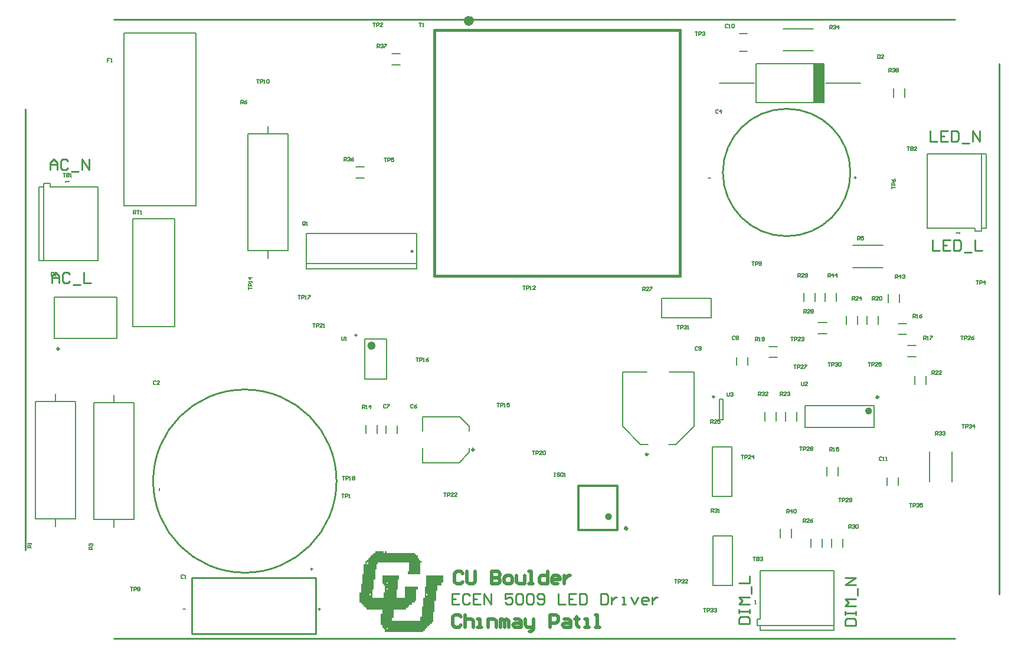
<source format=gto>
G04*
G04 #@! TF.GenerationSoftware,Altium Limited,Altium Designer,18.1.7 (191)*
G04*
G04 Layer_Color=3326705*
%FSLAX25Y25*%
%MOIN*%
G70*
G01*
G75*
%ADD10C,0.02953*%
%ADD11C,0.01000*%
%ADD12C,0.01968*%
%ADD13C,0.00984*%
%ADD14C,0.01378*%
%ADD15C,0.01181*%
%ADD16C,0.02362*%
%ADD17C,0.00500*%
%ADD18C,0.01575*%
%ADD19C,0.01200*%
%ADD20C,0.00787*%
%ADD21C,0.00800*%
%ADD22C,0.02000*%
%ADD23R,0.05906X0.22047*%
G36*
X229000Y73500D02*
X245000D01*
Y72700D01*
X245800D01*
Y71900D01*
X246600D01*
Y71100D01*
Y70300D01*
X247400D01*
Y69500D01*
X248200D01*
Y68700D01*
X249000D01*
Y67900D01*
X248200D01*
Y67100D01*
Y66300D01*
Y65500D01*
Y64700D01*
Y63900D01*
Y63100D01*
Y62300D01*
Y61500D01*
X241000D01*
Y62300D01*
Y63100D01*
X241800D01*
Y63900D01*
Y64700D01*
Y65500D01*
Y66300D01*
Y67100D01*
Y67900D01*
X224200D01*
Y67100D01*
X223400D01*
Y66300D01*
Y65500D01*
Y64700D01*
Y63900D01*
X222600D01*
Y63100D01*
Y62300D01*
Y61500D01*
Y60700D01*
Y59900D01*
Y59100D01*
Y58300D01*
X221800D01*
Y57500D01*
Y56700D01*
Y55900D01*
Y55100D01*
Y54300D01*
Y53500D01*
Y52700D01*
X221000D01*
Y51900D01*
Y51100D01*
Y50300D01*
Y49500D01*
Y48700D01*
Y47900D01*
X227400D01*
Y48700D01*
Y49500D01*
Y50300D01*
Y51100D01*
X228200D01*
Y51900D01*
Y52700D01*
Y53500D01*
Y54300D01*
Y55100D01*
X227400D01*
Y55900D01*
X226600D01*
Y56700D01*
Y57500D01*
Y58300D01*
Y59100D01*
Y59900D01*
Y60700D01*
X236200D01*
Y59900D01*
Y59100D01*
Y58300D01*
X235400D01*
Y57500D01*
Y56700D01*
Y55900D01*
Y55100D01*
Y54300D01*
Y53500D01*
Y52700D01*
X234600D01*
Y51900D01*
Y51100D01*
Y50300D01*
Y49500D01*
Y48700D01*
Y47900D01*
X239400D01*
Y48700D01*
Y49500D01*
Y50300D01*
Y51100D01*
Y51900D01*
Y52700D01*
Y53500D01*
Y54300D01*
X246600D01*
Y53500D01*
Y52700D01*
X245800D01*
Y51900D01*
Y51100D01*
Y50300D01*
Y49500D01*
Y48700D01*
Y47900D01*
Y47100D01*
Y46300D01*
X245000D01*
Y45500D01*
X243400D01*
Y44700D01*
Y43900D01*
X241800D01*
Y43100D01*
X241000D01*
Y42300D01*
X240200D01*
Y41500D01*
X233000D01*
Y40700D01*
Y39900D01*
Y39100D01*
Y38300D01*
Y37500D01*
Y36700D01*
X232200D01*
Y35900D01*
Y35100D01*
X248200D01*
Y35900D01*
Y36700D01*
Y37500D01*
X249000D01*
Y38300D01*
Y39100D01*
Y39900D01*
Y40700D01*
Y41500D01*
Y42300D01*
Y43100D01*
X249800D01*
Y43900D01*
Y44700D01*
Y45500D01*
Y46300D01*
Y47100D01*
Y47900D01*
X250600D01*
Y48700D01*
Y49500D01*
Y50300D01*
Y51100D01*
Y51900D01*
Y52700D01*
Y53500D01*
Y54300D01*
X251400D01*
Y55100D01*
Y55900D01*
Y56700D01*
Y57500D01*
Y58300D01*
Y59100D01*
Y59900D01*
Y60700D01*
X261000D01*
Y59900D01*
Y59100D01*
Y58300D01*
Y57500D01*
Y56700D01*
X260200D01*
Y55900D01*
Y55100D01*
X257800D01*
Y54300D01*
Y53500D01*
Y52700D01*
Y51900D01*
X257000D01*
Y51100D01*
Y50300D01*
Y49500D01*
Y48700D01*
Y47900D01*
Y47100D01*
Y46300D01*
X256200D01*
Y45500D01*
Y44700D01*
Y43900D01*
Y43100D01*
Y42300D01*
Y41500D01*
Y40700D01*
Y39900D01*
X255400D01*
Y39100D01*
Y38300D01*
Y37500D01*
Y36700D01*
Y35900D01*
Y35100D01*
Y34300D01*
X254600D01*
Y33500D01*
X253800D01*
Y32700D01*
X253000D01*
Y31900D01*
X252200D01*
Y31100D01*
X251400D01*
Y30300D01*
X250600D01*
Y29500D01*
X249800D01*
Y28700D01*
X228200D01*
Y29500D01*
Y30300D01*
X227400D01*
Y31100D01*
X226600D01*
Y31900D01*
Y32700D01*
X225800D01*
Y33500D01*
Y34300D01*
Y35100D01*
Y35900D01*
Y36700D01*
Y37500D01*
Y38300D01*
Y39100D01*
X226600D01*
Y39900D01*
Y40700D01*
Y41500D01*
X217800D01*
Y42300D01*
X217000D01*
Y43100D01*
X216200D01*
Y43900D01*
X215400D01*
Y44700D01*
X214600D01*
Y45500D01*
X213800D01*
Y46300D01*
Y47100D01*
Y47900D01*
Y48700D01*
Y49500D01*
Y50300D01*
Y51100D01*
X214600D01*
Y51900D01*
Y52700D01*
Y53500D01*
Y54300D01*
Y55100D01*
Y55900D01*
X215400D01*
Y56700D01*
Y57500D01*
Y58300D01*
Y59100D01*
Y59900D01*
Y60700D01*
Y61500D01*
X216200D01*
Y62300D01*
Y63100D01*
Y63900D01*
Y64700D01*
Y65500D01*
Y66300D01*
Y67100D01*
X217000D01*
Y67900D01*
Y68700D01*
X217800D01*
Y69500D01*
X218600D01*
Y70300D01*
X219400D01*
Y71100D01*
X220200D01*
Y71900D01*
X221000D01*
Y72700D01*
X221800D01*
Y73500D01*
X222600D01*
Y74300D01*
X227400D01*
Y73500D01*
X228200D01*
Y74300D01*
X229000D01*
Y73500D01*
D02*
G37*
G36*
X465906Y334276D02*
D01*
D02*
G37*
%LPC*%
G36*
X218600Y67900D02*
X217800D01*
Y67100D01*
X218600D01*
Y67900D01*
D02*
G37*
G36*
X229800Y56700D02*
X229000D01*
Y55900D01*
X229800D01*
Y56700D01*
D02*
G37*
G36*
Y53500D02*
X229000D01*
Y52700D01*
X229800D01*
Y53500D01*
D02*
G37*
G36*
X252200Y50300D02*
X251400D01*
Y49500D01*
X252200D01*
Y50300D01*
D02*
G37*
G36*
X220200D02*
X219400D01*
Y49500D01*
X220200D01*
Y50300D01*
D02*
G37*
G36*
X229800Y31100D02*
X229000D01*
Y30300D01*
X229800D01*
Y31100D01*
D02*
G37*
%LPD*%
D10*
X276878Y374303D02*
G03*
X276878Y374303I-1378J0D01*
G01*
D11*
X200772Y114000D02*
G03*
X200772Y114000I-51772J0D01*
G01*
X491024Y288500D02*
G03*
X491024Y288500I-36024J0D01*
G01*
X25000Y75000D02*
Y324500D01*
X75000Y375000D02*
X550000D01*
X575000Y50000D02*
Y350000D01*
X75000Y25000D02*
X550000D01*
X269999Y50498D02*
X266000D01*
Y44500D01*
X269999D01*
X266000Y47499D02*
X267999D01*
X275997Y49498D02*
X274997Y50498D01*
X272998D01*
X271998Y49498D01*
Y45500D01*
X272998Y44500D01*
X274997D01*
X275997Y45500D01*
X281995Y50498D02*
X277996D01*
Y44500D01*
X281995D01*
X277996Y47499D02*
X279995D01*
X283994Y44500D02*
Y50498D01*
X287993Y44500D01*
Y50498D01*
X299989D02*
X295990D01*
Y47499D01*
X297990Y48499D01*
X298989D01*
X299989Y47499D01*
Y45500D01*
X298989Y44500D01*
X296990D01*
X295990Y45500D01*
X301988Y49498D02*
X302988Y50498D01*
X304987D01*
X305987Y49498D01*
Y45500D01*
X304987Y44500D01*
X302988D01*
X301988Y45500D01*
Y49498D01*
X307986D02*
X308986Y50498D01*
X310985D01*
X311985Y49498D01*
Y45500D01*
X310985Y44500D01*
X308986D01*
X307986Y45500D01*
Y49498D01*
X313984Y45500D02*
X314984Y44500D01*
X316984D01*
X317983Y45500D01*
Y49498D01*
X316984Y50498D01*
X314984D01*
X313984Y49498D01*
Y48499D01*
X314984Y47499D01*
X317983D01*
X325981Y50498D02*
Y44500D01*
X329979D01*
X335977Y50498D02*
X331979D01*
Y44500D01*
X335977D01*
X331979Y47499D02*
X333978D01*
X337977Y50498D02*
Y44500D01*
X340976D01*
X341975Y45500D01*
Y49498D01*
X340976Y50498D01*
X337977D01*
X349973D02*
Y44500D01*
X352972D01*
X353972Y45500D01*
Y49498D01*
X352972Y50498D01*
X349973D01*
X355971Y48499D02*
Y44500D01*
Y46499D01*
X356971Y47499D01*
X357970Y48499D01*
X358970D01*
X361969Y44500D02*
X363968D01*
X362969D01*
Y48499D01*
X361969D01*
X366967D02*
X368967Y44500D01*
X370966Y48499D01*
X375964Y44500D02*
X373965D01*
X372965Y45500D01*
Y47499D01*
X373965Y48499D01*
X375964D01*
X376964Y47499D01*
Y46499D01*
X372965D01*
X378963Y48499D02*
Y44500D01*
Y46499D01*
X379963Y47499D01*
X380963Y48499D01*
X381962D01*
X537500Y250498D02*
Y244500D01*
X541499D01*
X547497Y250498D02*
X543498D01*
Y244500D01*
X547497D01*
X543498Y247499D02*
X545497D01*
X549496Y250498D02*
Y244500D01*
X552495D01*
X553495Y245500D01*
Y249498D01*
X552495Y250498D01*
X549496D01*
X555494Y243500D02*
X559493D01*
X561492Y250498D02*
Y244500D01*
X565491D01*
X536000Y311998D02*
Y306000D01*
X539999D01*
X545997Y311998D02*
X541998D01*
Y306000D01*
X545997D01*
X541998Y308999D02*
X543997D01*
X547996Y311998D02*
Y306000D01*
X550995D01*
X551995Y307000D01*
Y310998D01*
X550995Y311998D01*
X547996D01*
X553994Y305000D02*
X557993D01*
X559992Y306000D02*
Y311998D01*
X563991Y306000D01*
Y311998D01*
X428002Y33500D02*
X434000D01*
Y36499D01*
X433000Y37499D01*
X429002D01*
X428002Y36499D01*
Y33500D01*
Y39498D02*
Y41497D01*
Y40498D01*
X434000D01*
Y39498D01*
Y41497D01*
Y44496D02*
X428002D01*
X430001Y46496D01*
X428002Y48495D01*
X434000D01*
X435000Y50494D02*
Y54493D01*
X428002Y56493D02*
X434000D01*
Y60491D01*
X488002Y32500D02*
X494000D01*
Y35499D01*
X493000Y36499D01*
X489002D01*
X488002Y35499D01*
Y32500D01*
Y38498D02*
Y40497D01*
Y39498D01*
X494000D01*
Y38498D01*
Y40497D01*
Y43496D02*
X488002D01*
X490001Y45496D01*
X488002Y47495D01*
X494000D01*
X495000Y49494D02*
Y53493D01*
X494000Y55493D02*
X488002D01*
X494000Y59491D01*
X488002D01*
X39000Y290000D02*
Y293999D01*
X40999Y295998D01*
X42999Y293999D01*
Y290000D01*
Y292999D01*
X39000D01*
X48997Y294998D02*
X47997Y295998D01*
X45998D01*
X44998Y294998D01*
Y291000D01*
X45998Y290000D01*
X47997D01*
X48997Y291000D01*
X50996Y289000D02*
X54995D01*
X56994Y290000D02*
Y295998D01*
X60993Y290000D01*
Y295998D01*
X40000Y226000D02*
Y229999D01*
X41999Y231998D01*
X43999Y229999D01*
Y226000D01*
Y228999D01*
X40000D01*
X49997Y230998D02*
X48997Y231998D01*
X46998D01*
X45998Y230998D01*
Y227000D01*
X46998Y226000D01*
X48997D01*
X49997Y227000D01*
X51996Y225000D02*
X55995D01*
X57994Y231998D02*
Y226000D01*
X61993D01*
D12*
X364642Y87272D02*
G03*
X364642Y87272I-394J0D01*
G01*
X355390Y93925D02*
G03*
X355390Y93925I-984J0D01*
G01*
X502264Y153650D02*
G03*
X502264Y153650I-984J0D01*
G01*
D13*
X414161Y161685D02*
G03*
X414161Y161685I-492J0D01*
G01*
X212229Y196539D02*
G03*
X212229Y196539I-492J0D01*
G01*
X243894Y243925D02*
G03*
X243894Y243925I-492J0D01*
G01*
X189039Y27555D02*
Y59445D01*
X118961Y27555D02*
Y59445D01*
Y27555D02*
X189039D01*
X118961Y59445D02*
X189039D01*
D14*
X506791Y161524D02*
G03*
X506791Y161524I-591J0D01*
G01*
X44094Y188784D02*
G03*
X44094Y188784I-591J0D01*
G01*
D15*
X376594Y129122D02*
G03*
X376594Y129122I-591J0D01*
G01*
X278445Y131791D02*
G03*
X278445Y131791I-591J0D01*
G01*
D16*
X221677Y190575D02*
G03*
X221677Y190575I-1181J0D01*
G01*
D17*
X85688Y262416D02*
X109311D01*
X85688Y201417D02*
X109311D01*
Y262416D01*
X85688Y201417D02*
Y262416D01*
X85900Y265117D02*
Y267117D01*
X86900D01*
X87233Y266783D01*
Y266117D01*
X86900Y265784D01*
X85900D01*
X86566D02*
X87233Y265117D01*
X87899Y267117D02*
X89232D01*
X88566D01*
Y265117D01*
X89899D02*
X90565D01*
X90232D01*
Y267117D01*
X89899Y266783D01*
X100622Y108831D02*
Y110164D01*
X185957Y64346D02*
X187290D01*
X186623Y65013D02*
Y63680D01*
X410853Y285463D02*
X412186D01*
X493116Y285782D02*
X494448D01*
X493782Y286448D02*
Y285116D01*
X552753Y253976D02*
Y254642D01*
Y254309D01*
X550754D01*
X551087Y253976D01*
X190539Y41568D02*
X191872D01*
X191206Y42235D02*
Y40902D01*
X113986Y41840D02*
X115319D01*
X47656Y283524D02*
Y282858D01*
Y283191D01*
X49656D01*
X49322Y283524D01*
X436976Y44747D02*
X437642D01*
X437309D01*
Y46746D01*
X436976Y46413D01*
X247500Y372999D02*
X248833D01*
X248166D01*
Y371000D01*
X249499D02*
X250166D01*
X249833D01*
Y372999D01*
X249499Y372666D01*
X98564Y170416D02*
X98231Y170750D01*
X97565D01*
X97232Y170416D01*
Y169084D01*
X97565Y168750D01*
X98231D01*
X98564Y169084D01*
X100564Y168750D02*
X99231D01*
X100564Y170083D01*
Y170416D01*
X100231Y170750D01*
X99564D01*
X99231Y170416D01*
X323800Y118725D02*
X324466D01*
X324133D01*
Y116725D01*
X323800D01*
X324466D01*
X326799Y118391D02*
X326466Y118725D01*
X325799D01*
X325466Y118391D01*
Y118058D01*
X325799Y117725D01*
X326466D01*
X326799Y117392D01*
Y117058D01*
X326466Y116725D01*
X325799D01*
X325466Y117058D01*
X328465Y118725D02*
X327799D01*
X327466Y118391D01*
Y117058D01*
X327799Y116725D01*
X328465D01*
X328798Y117058D01*
Y118391D01*
X328465Y118725D01*
X329465Y116725D02*
X330131D01*
X329798D01*
Y118725D01*
X329465Y118391D01*
X155595Y340999D02*
X156928D01*
X156261D01*
Y339000D01*
X157594D02*
Y340999D01*
X158594D01*
X158927Y340666D01*
Y340000D01*
X158594Y339666D01*
X157594D01*
X159593Y339000D02*
X160260D01*
X159927D01*
Y340999D01*
X159593Y340666D01*
X161260D02*
X161593Y340999D01*
X162259D01*
X162592Y340666D01*
Y339333D01*
X162259Y339000D01*
X161593D01*
X161260Y339333D01*
Y340666D01*
X421500Y163999D02*
Y162333D01*
X421833Y162000D01*
X422500D01*
X422833Y162333D01*
Y163999D01*
X423499Y163666D02*
X423833Y163999D01*
X424499D01*
X424832Y163666D01*
Y163333D01*
X424499Y163000D01*
X424166D01*
X424499D01*
X424832Y162666D01*
Y162333D01*
X424499Y162000D01*
X423833D01*
X423499Y162333D01*
X463346Y169999D02*
Y168333D01*
X463680Y168000D01*
X464346D01*
X464679Y168333D01*
Y169999D01*
X466679Y168000D02*
X465346D01*
X466679Y169333D01*
Y169666D01*
X466346Y169999D01*
X465679D01*
X465346Y169666D01*
X203640Y195767D02*
Y194101D01*
X203973Y193768D01*
X204639D01*
X204972Y194101D01*
Y195767D01*
X205639Y193768D02*
X206305D01*
X205972D01*
Y195767D01*
X205639Y195434D01*
X524500Y101253D02*
X525833D01*
X525166D01*
Y99253D01*
X526499D02*
Y101253D01*
X527499D01*
X527832Y100919D01*
Y100253D01*
X527499Y99920D01*
X526499D01*
X528499Y100919D02*
X528832Y101253D01*
X529498D01*
X529832Y100919D01*
Y100586D01*
X529498Y100253D01*
X529165D01*
X529498D01*
X529832Y99920D01*
Y99586D01*
X529498Y99253D01*
X528832D01*
X528499Y99586D01*
X531831Y101253D02*
X530498D01*
Y100253D01*
X531165Y100586D01*
X531498D01*
X531831Y100253D01*
Y99586D01*
X531498Y99253D01*
X530831D01*
X530498Y99586D01*
X554000Y145999D02*
X555333D01*
X554666D01*
Y144000D01*
X555999D02*
Y145999D01*
X556999D01*
X557332Y145666D01*
Y145000D01*
X556999Y144667D01*
X555999D01*
X557999Y145666D02*
X558332Y145999D01*
X558998D01*
X559332Y145666D01*
Y145333D01*
X558998Y145000D01*
X558665D01*
X558998D01*
X559332Y144667D01*
Y144333D01*
X558998Y144000D01*
X558332D01*
X557999Y144333D01*
X560998Y144000D02*
Y145999D01*
X559998Y145000D01*
X561331D01*
X408000Y41999D02*
X409333D01*
X408666D01*
Y40000D01*
X409999D02*
Y41999D01*
X410999D01*
X411332Y41666D01*
Y40999D01*
X410999Y40666D01*
X409999D01*
X411998Y41666D02*
X412332Y41999D01*
X412998D01*
X413331Y41666D01*
Y41333D01*
X412998Y40999D01*
X412665D01*
X412998D01*
X413331Y40666D01*
Y40333D01*
X412998Y40000D01*
X412332D01*
X411998Y40333D01*
X413998Y41666D02*
X414331Y41999D01*
X414997D01*
X415331Y41666D01*
Y41333D01*
X414997Y40999D01*
X414664D01*
X414997D01*
X415331Y40666D01*
Y40333D01*
X414997Y40000D01*
X414331D01*
X413998Y40333D01*
X391776Y58499D02*
X393109D01*
X392442D01*
Y56500D01*
X393775D02*
Y58499D01*
X394775D01*
X395108Y58166D01*
Y57500D01*
X394775Y57166D01*
X393775D01*
X395774Y58166D02*
X396108Y58499D01*
X396774D01*
X397107Y58166D01*
Y57833D01*
X396774Y57500D01*
X396441D01*
X396774D01*
X397107Y57166D01*
Y56833D01*
X396774Y56500D01*
X396108D01*
X395774Y56833D01*
X399107Y56500D02*
X397774D01*
X399107Y57833D01*
Y58166D01*
X398773Y58499D01*
X398107D01*
X397774Y58166D01*
X393000Y201999D02*
X394333D01*
X393666D01*
Y200000D01*
X394999D02*
Y201999D01*
X395999D01*
X396332Y201666D01*
Y200999D01*
X395999Y200666D01*
X394999D01*
X396998Y201666D02*
X397332Y201999D01*
X397998D01*
X398331Y201666D01*
Y201333D01*
X397998Y200999D01*
X397665D01*
X397998D01*
X398331Y200666D01*
Y200333D01*
X397998Y200000D01*
X397332D01*
X396998Y200333D01*
X398998Y200000D02*
X399664D01*
X399331D01*
Y201999D01*
X398998Y201666D01*
X478232Y181000D02*
X479565D01*
X478899D01*
Y179000D01*
X480232D02*
Y181000D01*
X481231D01*
X481565Y180666D01*
Y180000D01*
X481231Y179667D01*
X480232D01*
X482231Y180666D02*
X482564Y181000D01*
X483231D01*
X483564Y180666D01*
Y180333D01*
X483231Y180000D01*
X482897D01*
X483231D01*
X483564Y179667D01*
Y179333D01*
X483231Y179000D01*
X482564D01*
X482231Y179333D01*
X484230Y180666D02*
X484563Y181000D01*
X485230D01*
X485563Y180666D01*
Y179333D01*
X485230Y179000D01*
X484563D01*
X484230Y179333D01*
Y180666D01*
X484406Y104499D02*
X485738D01*
X485072D01*
Y102500D01*
X486405D02*
Y104499D01*
X487404D01*
X487738Y104166D01*
Y103500D01*
X487404Y103166D01*
X486405D01*
X489737Y102500D02*
X488404D01*
X489737Y103833D01*
Y104166D01*
X489404Y104499D01*
X488737D01*
X488404Y104166D01*
X490404Y102833D02*
X490737Y102500D01*
X491403D01*
X491737Y102833D01*
Y104166D01*
X491403Y104499D01*
X490737D01*
X490404Y104166D01*
Y103833D01*
X490737Y103500D01*
X491737D01*
X462291Y133499D02*
X463624D01*
X462958D01*
Y131500D01*
X464291D02*
Y133499D01*
X465290D01*
X465624Y133166D01*
Y132500D01*
X465290Y132167D01*
X464291D01*
X467623Y131500D02*
X466290D01*
X467623Y132833D01*
Y133166D01*
X467290Y133499D01*
X466623D01*
X466290Y133166D01*
X468289D02*
X468623Y133499D01*
X469289D01*
X469622Y133166D01*
Y132833D01*
X469289Y132500D01*
X469622Y132167D01*
Y131833D01*
X469289Y131500D01*
X468623D01*
X468289Y131833D01*
Y132167D01*
X468623Y132500D01*
X468289Y132833D01*
Y133166D01*
X468623Y132500D02*
X469289D01*
X459075Y179594D02*
X460408D01*
X459741D01*
Y177594D01*
X461074D02*
Y179594D01*
X462074D01*
X462407Y179261D01*
Y178594D01*
X462074Y178261D01*
X461074D01*
X464406Y177594D02*
X463073D01*
X464406Y178927D01*
Y179261D01*
X464073Y179594D01*
X463407D01*
X463073Y179261D01*
X465073Y179594D02*
X466406D01*
Y179261D01*
X465073Y177928D01*
Y177594D01*
X553500Y195999D02*
X554833D01*
X554166D01*
Y194000D01*
X555499D02*
Y195999D01*
X556499D01*
X556832Y195666D01*
Y195000D01*
X556499Y194667D01*
X555499D01*
X558832Y194000D02*
X557499D01*
X558832Y195333D01*
Y195666D01*
X558498Y195999D01*
X557832D01*
X557499Y195666D01*
X560831Y195999D02*
X560164Y195666D01*
X559498Y195000D01*
Y194333D01*
X559831Y194000D01*
X560498D01*
X560831Y194333D01*
Y194667D01*
X560498Y195000D01*
X559498D01*
X501000Y181000D02*
X502333D01*
X501666D01*
Y179000D01*
X502999D02*
Y181000D01*
X503999D01*
X504332Y180666D01*
Y180000D01*
X503999Y179667D01*
X502999D01*
X506332Y179000D02*
X504999D01*
X506332Y180333D01*
Y180666D01*
X505998Y181000D01*
X505332D01*
X504999Y180666D01*
X508331Y181000D02*
X506998D01*
Y180000D01*
X507664Y180333D01*
X507998D01*
X508331Y180000D01*
Y179333D01*
X507998Y179000D01*
X507331D01*
X506998Y179333D01*
X429500Y128754D02*
X430833D01*
X430166D01*
Y126755D01*
X431499D02*
Y128754D01*
X432499D01*
X432832Y128421D01*
Y127754D01*
X432499Y127421D01*
X431499D01*
X434832Y126755D02*
X433499D01*
X434832Y128087D01*
Y128421D01*
X434498Y128754D01*
X433832D01*
X433499Y128421D01*
X436498Y126755D02*
Y128754D01*
X435498Y127754D01*
X436831D01*
X457500Y195499D02*
X458833D01*
X458166D01*
Y193500D01*
X459499D02*
Y195499D01*
X460499D01*
X460832Y195166D01*
Y194500D01*
X460499Y194167D01*
X459499D01*
X462832Y193500D02*
X461499D01*
X462832Y194833D01*
Y195166D01*
X462498Y195499D01*
X461832D01*
X461499Y195166D01*
X463498D02*
X463831Y195499D01*
X464498D01*
X464831Y195166D01*
Y194833D01*
X464498Y194500D01*
X464164D01*
X464498D01*
X464831Y194167D01*
Y193833D01*
X464498Y193500D01*
X463831D01*
X463498Y193833D01*
X261500Y107500D02*
X262833D01*
X262167D01*
Y105500D01*
X263500D02*
Y107500D01*
X264499D01*
X264833Y107167D01*
Y106500D01*
X264499Y106167D01*
X263500D01*
X266832Y105500D02*
X265499D01*
X266832Y106833D01*
Y107167D01*
X266499Y107500D01*
X265832D01*
X265499Y107167D01*
X268831Y105500D02*
X267498D01*
X268831Y106833D01*
Y107167D01*
X268498Y107500D01*
X267832D01*
X267498Y107167D01*
X187284Y203094D02*
X188617D01*
X187950D01*
Y201094D01*
X189283D02*
Y203094D01*
X190283D01*
X190616Y202760D01*
Y202094D01*
X190283Y201761D01*
X189283D01*
X192615Y201094D02*
X191282D01*
X192615Y202427D01*
Y202760D01*
X192282Y203094D01*
X191616D01*
X191282Y202760D01*
X193282Y201094D02*
X193948D01*
X193615D01*
Y203094D01*
X193282Y202760D01*
X311500Y130999D02*
X312833D01*
X312166D01*
Y129000D01*
X313499D02*
Y130999D01*
X314499D01*
X314832Y130666D01*
Y129999D01*
X314499Y129666D01*
X313499D01*
X316831Y129000D02*
X315498D01*
X316831Y130333D01*
Y130666D01*
X316498Y130999D01*
X315832D01*
X315498Y130666D01*
X317498D02*
X317831Y130999D01*
X318497D01*
X318831Y130666D01*
Y129333D01*
X318497Y129000D01*
X317831D01*
X317498Y129333D01*
Y130666D01*
X204159Y116594D02*
X205491D01*
X204825D01*
Y114594D01*
X206158D02*
Y116594D01*
X207158D01*
X207491Y116261D01*
Y115594D01*
X207158Y115261D01*
X206158D01*
X208157Y114594D02*
X208824D01*
X208490D01*
Y116594D01*
X208157Y116261D01*
X209823D02*
X210157Y116594D01*
X210823D01*
X211156Y116261D01*
Y115927D01*
X210823Y115594D01*
X211156Y115261D01*
Y114928D01*
X210823Y114594D01*
X210157D01*
X209823Y114928D01*
Y115261D01*
X210157Y115594D01*
X209823Y115927D01*
Y116261D01*
X210157Y115594D02*
X210823D01*
X179079Y219086D02*
X180412D01*
X179745D01*
Y217087D01*
X181078D02*
Y219086D01*
X182078D01*
X182411Y218753D01*
Y218086D01*
X182078Y217753D01*
X181078D01*
X183077Y217087D02*
X183744D01*
X183411D01*
Y219086D01*
X183077Y218753D01*
X184744Y219086D02*
X186076D01*
Y218753D01*
X184744Y217420D01*
Y217087D01*
X245709Y183645D02*
X247042D01*
X246375D01*
Y181646D01*
X247708D02*
Y183645D01*
X248708D01*
X249041Y183312D01*
Y182646D01*
X248708Y182312D01*
X247708D01*
X249708Y181646D02*
X250374D01*
X250041D01*
Y183645D01*
X249708Y183312D01*
X252707Y183645D02*
X252040Y183312D01*
X251374Y182646D01*
Y181979D01*
X251707Y181646D01*
X252374D01*
X252707Y181979D01*
Y182312D01*
X252374Y182646D01*
X251374D01*
X291548Y158000D02*
X292881D01*
X292214D01*
Y156000D01*
X293547D02*
Y158000D01*
X294547D01*
X294880Y157667D01*
Y157000D01*
X294547Y156667D01*
X293547D01*
X295547Y156000D02*
X296213D01*
X295880D01*
Y158000D01*
X295547Y157667D01*
X298546Y158000D02*
X297213D01*
Y157000D01*
X297879Y157333D01*
X298212D01*
X298546Y157000D01*
Y156333D01*
X298212Y156000D01*
X297546D01*
X297213Y156333D01*
X151005Y222397D02*
Y223730D01*
Y223064D01*
X153005D01*
Y224397D02*
X151005D01*
Y225396D01*
X151338Y225730D01*
X152005D01*
X152338Y225396D01*
Y224397D01*
X153005Y226396D02*
Y227063D01*
Y226729D01*
X151005D01*
X151338Y226396D01*
X153005Y229062D02*
X151005D01*
X152005Y228062D01*
Y229395D01*
X305898Y224456D02*
X307231D01*
X306565D01*
Y222457D01*
X307898D02*
Y224456D01*
X308897D01*
X309231Y224123D01*
Y223456D01*
X308897Y223123D01*
X307898D01*
X309897Y222457D02*
X310564D01*
X310230D01*
Y224456D01*
X309897Y224123D01*
X312896Y222457D02*
X311563D01*
X312896Y223790D01*
Y224123D01*
X312563Y224456D01*
X311896D01*
X311563Y224123D01*
X435500Y238000D02*
X436833D01*
X436167D01*
Y236000D01*
X437500D02*
Y238000D01*
X438499D01*
X438833Y237666D01*
Y237000D01*
X438499Y236667D01*
X437500D01*
X439499Y236334D02*
X439832Y236000D01*
X440499D01*
X440832Y236334D01*
Y237666D01*
X440499Y238000D01*
X439832D01*
X439499Y237666D01*
Y237333D01*
X439832Y237000D01*
X440832D01*
X84500Y53999D02*
X85833D01*
X85166D01*
Y52000D01*
X86499D02*
Y53999D01*
X87499D01*
X87832Y53666D01*
Y52999D01*
X87499Y52666D01*
X86499D01*
X88498Y53666D02*
X88832Y53999D01*
X89498D01*
X89831Y53666D01*
Y53333D01*
X89498Y52999D01*
X89831Y52666D01*
Y52333D01*
X89498Y52000D01*
X88832D01*
X88498Y52333D01*
Y52666D01*
X88832Y52999D01*
X88498Y53333D01*
Y53666D01*
X88832Y52999D02*
X89498D01*
X514363Y279500D02*
Y280833D01*
Y280166D01*
X516362D01*
Y281499D02*
X514363D01*
Y282499D01*
X514696Y282832D01*
X515363D01*
X515696Y282499D01*
Y281499D01*
X514363Y284832D02*
X514696Y284165D01*
X515363Y283499D01*
X516029D01*
X516362Y283832D01*
Y284498D01*
X516029Y284832D01*
X515696D01*
X515363Y284498D01*
Y283499D01*
X227800Y296582D02*
X229133D01*
X228466D01*
Y294583D01*
X229799D02*
Y296582D01*
X230799D01*
X231132Y296249D01*
Y295582D01*
X230799Y295249D01*
X229799D01*
X233132Y296582D02*
X231799D01*
Y295582D01*
X232465Y295916D01*
X232798D01*
X233132Y295582D01*
Y294916D01*
X232798Y294583D01*
X232132D01*
X231799Y294916D01*
X562000Y227499D02*
X563333D01*
X562666D01*
Y225500D01*
X563999D02*
Y227499D01*
X564999D01*
X565332Y227166D01*
Y226500D01*
X564999Y226166D01*
X563999D01*
X566998Y225500D02*
Y227499D01*
X565999Y226500D01*
X567332D01*
X403500Y368000D02*
X404833D01*
X404167D01*
Y366000D01*
X405500D02*
Y368000D01*
X406499D01*
X406833Y367666D01*
Y367000D01*
X406499Y366667D01*
X405500D01*
X407499Y367666D02*
X407832Y368000D01*
X408499D01*
X408832Y367666D01*
Y367333D01*
X408499Y367000D01*
X408166D01*
X408499D01*
X408832Y366667D01*
Y366334D01*
X408499Y366000D01*
X407832D01*
X407499Y366334D01*
X221500Y372999D02*
X222833D01*
X222166D01*
Y371000D01*
X223499D02*
Y372999D01*
X224499D01*
X224832Y372666D01*
Y372000D01*
X224499Y371666D01*
X223499D01*
X226832Y371000D02*
X225499D01*
X226832Y372333D01*
Y372666D01*
X226498Y372999D01*
X225832D01*
X225499Y372666D01*
X203844Y106594D02*
X205176D01*
X204510D01*
Y104595D01*
X205843D02*
Y106594D01*
X206843D01*
X207176Y106261D01*
Y105594D01*
X206843Y105261D01*
X205843D01*
X207842Y104595D02*
X208509D01*
X208175D01*
Y106594D01*
X207842Y106261D01*
X436000Y70999D02*
X437333D01*
X436666D01*
Y69000D01*
X437999Y70999D02*
Y69000D01*
X438999D01*
X439332Y69333D01*
Y69666D01*
X438999Y70000D01*
X437999D01*
X438999D01*
X439332Y70333D01*
Y70666D01*
X438999Y70999D01*
X437999D01*
X439999Y70666D02*
X440332Y70999D01*
X440998D01*
X441332Y70666D01*
Y70333D01*
X440998Y70000D01*
X440665D01*
X440998D01*
X441332Y69666D01*
Y69333D01*
X440998Y69000D01*
X440332D01*
X439999Y69333D01*
X523004Y302999D02*
X524337D01*
X523670D01*
Y301000D01*
X525003Y302999D02*
Y301000D01*
X526003D01*
X526336Y301333D01*
Y301666D01*
X526003Y302000D01*
X525003D01*
X526003D01*
X526336Y302333D01*
Y302666D01*
X526003Y302999D01*
X525003D01*
X528336Y301000D02*
X527003D01*
X528336Y302333D01*
Y302666D01*
X528002Y302999D01*
X527336D01*
X527003Y302666D01*
X46409Y287999D02*
X47742D01*
X47076D01*
Y286000D01*
X48409Y287999D02*
Y286000D01*
X49409D01*
X49742Y286333D01*
Y286666D01*
X49409Y287000D01*
X48409D01*
X49409D01*
X49742Y287333D01*
Y287666D01*
X49409Y287999D01*
X48409D01*
X50408Y286000D02*
X51075D01*
X50741D01*
Y287999D01*
X50408Y287666D01*
X478232Y229500D02*
Y231499D01*
X479232D01*
X479565Y231166D01*
Y230500D01*
X479232Y230166D01*
X478232D01*
X478899D02*
X479565Y229500D01*
X481231D02*
Y231499D01*
X480232Y230500D01*
X481565D01*
X483231Y229500D02*
Y231499D01*
X482231Y230500D01*
X483564D01*
X516500Y228827D02*
Y230826D01*
X517500D01*
X517833Y230493D01*
Y229826D01*
X517500Y229493D01*
X516500D01*
X517166D02*
X517833Y228827D01*
X519499D02*
Y230826D01*
X518499Y229826D01*
X519832D01*
X520499Y230493D02*
X520832Y230826D01*
X521498D01*
X521832Y230493D01*
Y230160D01*
X521498Y229826D01*
X521165D01*
X521498D01*
X521832Y229493D01*
Y229160D01*
X521498Y228827D01*
X520832D01*
X520499Y229160D01*
X455094Y96100D02*
Y98099D01*
X456094D01*
X456427Y97766D01*
Y97100D01*
X456094Y96766D01*
X455094D01*
X455761D02*
X456427Y96100D01*
X458094D02*
Y98099D01*
X457094Y97100D01*
X458427D01*
X459093Y97766D02*
X459426Y98099D01*
X460093D01*
X460426Y97766D01*
Y96433D01*
X460093Y96100D01*
X459426D01*
X459093Y96433D01*
Y97766D01*
X512791Y345500D02*
Y347499D01*
X513791D01*
X514124Y347166D01*
Y346500D01*
X513791Y346166D01*
X512791D01*
X513458D02*
X514124Y345500D01*
X514791Y347166D02*
X515124Y347499D01*
X515790D01*
X516124Y347166D01*
Y346833D01*
X515790Y346500D01*
X515457D01*
X515790D01*
X516124Y346166D01*
Y345833D01*
X515790Y345500D01*
X515124D01*
X514791Y345833D01*
X516790Y347166D02*
X517123Y347499D01*
X517790D01*
X518123Y347166D01*
Y346833D01*
X517790Y346500D01*
X518123Y346166D01*
Y345833D01*
X517790Y345500D01*
X517123D01*
X516790Y345833D01*
Y346166D01*
X517123Y346500D01*
X516790Y346833D01*
Y347166D01*
X517123Y346500D02*
X517790D01*
X223673Y359000D02*
Y360999D01*
X224673D01*
X225006Y360666D01*
Y360000D01*
X224673Y359666D01*
X223673D01*
X224340D02*
X225006Y359000D01*
X225673Y360666D02*
X226006Y360999D01*
X226672D01*
X227006Y360666D01*
Y360333D01*
X226672Y360000D01*
X226339D01*
X226672D01*
X227006Y359666D01*
Y359333D01*
X226672Y359000D01*
X226006D01*
X225673Y359333D01*
X227672Y360999D02*
X229005D01*
Y360666D01*
X227672Y359333D01*
Y359000D01*
X205000Y295000D02*
Y296999D01*
X206000D01*
X206333Y296666D01*
Y296000D01*
X206000Y295666D01*
X205000D01*
X205666D02*
X206333Y295000D01*
X206999Y296666D02*
X207333Y296999D01*
X207999D01*
X208332Y296666D01*
Y296333D01*
X207999Y296000D01*
X207666D01*
X207999D01*
X208332Y295666D01*
Y295333D01*
X207999Y295000D01*
X207333D01*
X206999Y295333D01*
X210332Y296999D02*
X209665Y296666D01*
X208999Y296000D01*
Y295333D01*
X209332Y295000D01*
X209998D01*
X210332Y295333D01*
Y295666D01*
X209998Y296000D01*
X208999D01*
X479500Y369799D02*
Y371799D01*
X480500D01*
X480833Y371465D01*
Y370799D01*
X480500Y370466D01*
X479500D01*
X480166D02*
X480833Y369799D01*
X481499Y371465D02*
X481833Y371799D01*
X482499D01*
X482832Y371465D01*
Y371132D01*
X482499Y370799D01*
X482166D01*
X482499D01*
X482832Y370466D01*
Y370132D01*
X482499Y369799D01*
X481833D01*
X481499Y370132D01*
X484498Y369799D02*
Y371799D01*
X483499Y370799D01*
X484832D01*
X539000Y139906D02*
Y141905D01*
X540000D01*
X540333Y141572D01*
Y140905D01*
X540000Y140572D01*
X539000D01*
X539667D02*
X540333Y139906D01*
X541000Y141572D02*
X541333Y141905D01*
X541999D01*
X542332Y141572D01*
Y141238D01*
X541999Y140905D01*
X541666D01*
X541999D01*
X542332Y140572D01*
Y140239D01*
X541999Y139906D01*
X541333D01*
X541000Y140239D01*
X542999Y141572D02*
X543332Y141905D01*
X543998D01*
X544332Y141572D01*
Y141238D01*
X543998Y140905D01*
X543665D01*
X543998D01*
X544332Y140572D01*
Y140239D01*
X543998Y139906D01*
X543332D01*
X542999Y140239D01*
X439018Y162500D02*
Y164499D01*
X440017D01*
X440350Y164166D01*
Y163500D01*
X440017Y163166D01*
X439018D01*
X439684D02*
X440350Y162500D01*
X441017Y164166D02*
X441350Y164499D01*
X442017D01*
X442350Y164166D01*
Y163833D01*
X442017Y163500D01*
X441683D01*
X442017D01*
X442350Y163166D01*
Y162833D01*
X442017Y162500D01*
X441350D01*
X441017Y162833D01*
X444349Y162500D02*
X443016D01*
X444349Y163833D01*
Y164166D01*
X444016Y164499D01*
X443350D01*
X443016Y164166D01*
X412400Y96494D02*
Y98493D01*
X413400D01*
X413733Y98160D01*
Y97494D01*
X413400Y97161D01*
X412400D01*
X413066D02*
X413733Y96494D01*
X414399Y98160D02*
X414732Y98493D01*
X415399D01*
X415732Y98160D01*
Y97827D01*
X415399Y97494D01*
X415066D01*
X415399D01*
X415732Y97161D01*
Y96827D01*
X415399Y96494D01*
X414732D01*
X414399Y96827D01*
X416398Y96494D02*
X417065D01*
X416732D01*
Y98493D01*
X416398Y98160D01*
X490142Y87500D02*
Y89499D01*
X491141D01*
X491475Y89166D01*
Y88500D01*
X491141Y88166D01*
X490142D01*
X490808D02*
X491475Y87500D01*
X492141Y89166D02*
X492474Y89499D01*
X493141D01*
X493474Y89166D01*
Y88833D01*
X493141Y88500D01*
X492807D01*
X493141D01*
X493474Y88166D01*
Y87833D01*
X493141Y87500D01*
X492474D01*
X492141Y87833D01*
X494140Y89166D02*
X494474Y89499D01*
X495140D01*
X495473Y89166D01*
Y87833D01*
X495140Y87500D01*
X494474D01*
X494140Y87833D01*
Y89166D01*
X461500Y229500D02*
Y231499D01*
X462500D01*
X462833Y231166D01*
Y230500D01*
X462500Y230166D01*
X461500D01*
X462166D02*
X462833Y229500D01*
X464832D02*
X463499D01*
X464832Y230833D01*
Y231166D01*
X464499Y231499D01*
X463833D01*
X463499Y231166D01*
X465499Y229833D02*
X465832Y229500D01*
X466498D01*
X466832Y229833D01*
Y231166D01*
X466498Y231499D01*
X465832D01*
X465499Y231166D01*
Y230833D01*
X465832Y230500D01*
X466832D01*
X464700Y208900D02*
Y210899D01*
X465700D01*
X466033Y210566D01*
Y209900D01*
X465700Y209566D01*
X464700D01*
X465366D02*
X466033Y208900D01*
X468032D02*
X466699D01*
X468032Y210233D01*
Y210566D01*
X467699Y210899D01*
X467033D01*
X466699Y210566D01*
X468699D02*
X469032Y210899D01*
X469698D01*
X470032Y210566D01*
Y210233D01*
X469698Y209900D01*
X470032Y209566D01*
Y209233D01*
X469698Y208900D01*
X469032D01*
X468699Y209233D01*
Y209566D01*
X469032Y209900D01*
X468699Y210233D01*
Y210566D01*
X469032Y209900D02*
X469698D01*
X373803Y221556D02*
Y223555D01*
X374802D01*
X375136Y223222D01*
Y222555D01*
X374802Y222222D01*
X373803D01*
X374469D02*
X375136Y221556D01*
X377135D02*
X375802D01*
X377135Y222888D01*
Y223222D01*
X376802Y223555D01*
X376135D01*
X375802Y223222D01*
X377801Y223555D02*
X379134D01*
Y223222D01*
X377801Y221889D01*
Y221556D01*
X464500Y90799D02*
Y92799D01*
X465500D01*
X465833Y92465D01*
Y91799D01*
X465500Y91466D01*
X464500D01*
X465166D02*
X465833Y90799D01*
X467832D02*
X466499D01*
X467832Y92132D01*
Y92465D01*
X467499Y92799D01*
X466833D01*
X466499Y92465D01*
X469832Y92799D02*
X469165Y92465D01*
X468499Y91799D01*
Y91132D01*
X468832Y90799D01*
X469498D01*
X469832Y91132D01*
Y91466D01*
X469498Y91799D01*
X468499D01*
X411900Y146800D02*
Y148799D01*
X412900D01*
X413233Y148466D01*
Y147800D01*
X412900Y147467D01*
X411900D01*
X412566D02*
X413233Y146800D01*
X415232D02*
X413899D01*
X415232Y148133D01*
Y148466D01*
X414899Y148799D01*
X414233D01*
X413899Y148466D01*
X417232Y148799D02*
X415899D01*
Y147800D01*
X416565Y148133D01*
X416898D01*
X417232Y147800D01*
Y147133D01*
X416898Y146800D01*
X416232D01*
X415899Y147133D01*
X492000Y216425D02*
Y218425D01*
X493000D01*
X493333Y218092D01*
Y217425D01*
X493000Y217092D01*
X492000D01*
X492666D02*
X493333Y216425D01*
X495332D02*
X493999D01*
X495332Y217758D01*
Y218092D01*
X494999Y218425D01*
X494333D01*
X493999Y218092D01*
X496998Y216425D02*
Y218425D01*
X495999Y217425D01*
X497332D01*
X451500Y162500D02*
Y164499D01*
X452500D01*
X452833Y164166D01*
Y163500D01*
X452500Y163166D01*
X451500D01*
X452166D02*
X452833Y162500D01*
X454832D02*
X453499D01*
X454832Y163833D01*
Y164166D01*
X454499Y164499D01*
X453833D01*
X453499Y164166D01*
X455499D02*
X455832Y164499D01*
X456498D01*
X456832Y164166D01*
Y163833D01*
X456498Y163500D01*
X456165D01*
X456498D01*
X456832Y163166D01*
Y162833D01*
X456498Y162500D01*
X455832D01*
X455499Y162833D01*
X537000Y174500D02*
Y176499D01*
X538000D01*
X538333Y176166D01*
Y175500D01*
X538000Y175166D01*
X537000D01*
X537666D02*
X538333Y174500D01*
X540332D02*
X538999D01*
X540332Y175833D01*
Y176166D01*
X539999Y176499D01*
X539333D01*
X538999Y176166D01*
X542332Y174500D02*
X540999D01*
X542332Y175833D01*
Y176166D01*
X541998Y176499D01*
X541332D01*
X540999Y176166D01*
X503500Y216500D02*
Y218499D01*
X504500D01*
X504833Y218166D01*
Y217500D01*
X504500Y217166D01*
X503500D01*
X504166D02*
X504833Y216500D01*
X506832D02*
X505499D01*
X506832Y217833D01*
Y218166D01*
X506499Y218499D01*
X505833D01*
X505499Y218166D01*
X507499D02*
X507832Y218499D01*
X508498D01*
X508832Y218166D01*
Y216833D01*
X508498Y216500D01*
X507832D01*
X507499Y216833D01*
Y218166D01*
X437500Y193500D02*
Y195499D01*
X438500D01*
X438833Y195166D01*
Y194500D01*
X438500Y194167D01*
X437500D01*
X438166D02*
X438833Y193500D01*
X439499D02*
X440166D01*
X439833D01*
Y195499D01*
X439499Y195166D01*
X441165Y193833D02*
X441499Y193500D01*
X442165D01*
X442498Y193833D01*
Y195166D01*
X442165Y195499D01*
X441499D01*
X441165Y195166D01*
Y194833D01*
X441499Y194500D01*
X442498D01*
X532500Y194000D02*
Y195999D01*
X533500D01*
X533833Y195666D01*
Y195000D01*
X533500Y194667D01*
X532500D01*
X533166D02*
X533833Y194000D01*
X534499D02*
X535166D01*
X534833D01*
Y195999D01*
X534499Y195666D01*
X536166Y195999D02*
X537498D01*
Y195666D01*
X536166Y194333D01*
Y194000D01*
X526500Y206500D02*
Y208499D01*
X527500D01*
X527833Y208166D01*
Y207500D01*
X527500Y207166D01*
X526500D01*
X527166D02*
X527833Y206500D01*
X528499D02*
X529166D01*
X528833D01*
Y208499D01*
X528499Y208166D01*
X531498Y208499D02*
X530832Y208166D01*
X530165Y207500D01*
Y206833D01*
X530499Y206500D01*
X531165D01*
X531498Y206833D01*
Y207166D01*
X531165Y207500D01*
X530165D01*
X479425Y131000D02*
Y132999D01*
X480425D01*
X480758Y132666D01*
Y132000D01*
X480425Y131667D01*
X479425D01*
X480092D02*
X480758Y131000D01*
X481425D02*
X482091D01*
X481758D01*
Y132999D01*
X481425Y132666D01*
X484424Y132999D02*
X483091D01*
Y132000D01*
X483757Y132333D01*
X484090D01*
X484424Y132000D01*
Y131333D01*
X484090Y131000D01*
X483424D01*
X483091Y131333D01*
X215500Y155000D02*
Y156999D01*
X216500D01*
X216833Y156666D01*
Y156000D01*
X216500Y155666D01*
X215500D01*
X216166D02*
X216833Y155000D01*
X217499D02*
X218166D01*
X217833D01*
Y156999D01*
X217499Y156666D01*
X220165Y155000D02*
Y156999D01*
X219165Y156000D01*
X220498D01*
X146600Y327300D02*
Y329299D01*
X147600D01*
X147933Y328966D01*
Y328300D01*
X147600Y327966D01*
X146600D01*
X147266D02*
X147933Y327300D01*
X149932Y329299D02*
X149266Y328966D01*
X148599Y328300D01*
Y327633D01*
X148933Y327300D01*
X149599D01*
X149932Y327633D01*
Y327966D01*
X149599Y328300D01*
X148599D01*
X495000Y250500D02*
Y252499D01*
X496000D01*
X496333Y252166D01*
Y251500D01*
X496000Y251166D01*
X495000D01*
X495666D02*
X496333Y250500D01*
X498332Y252499D02*
X496999D01*
Y251500D01*
X497666Y251833D01*
X497999D01*
X498332Y251500D01*
Y250833D01*
X497999Y250500D01*
X497333D01*
X496999Y250833D01*
X63110Y75354D02*
X61111D01*
Y76354D01*
X61444Y76687D01*
X62111D01*
X62444Y76354D01*
Y75354D01*
Y76021D02*
X63110Y76687D01*
X61444Y77354D02*
X61111Y77687D01*
Y78353D01*
X61444Y78687D01*
X61777D01*
X62111Y78353D01*
Y78020D01*
Y78353D01*
X62444Y78687D01*
X62777D01*
X63110Y78353D01*
Y77687D01*
X62777Y77354D01*
X28240Y76492D02*
X26241D01*
Y77492D01*
X26574Y77825D01*
X27240D01*
X27574Y77492D01*
Y76492D01*
Y77159D02*
X28240Y77825D01*
Y78491D02*
Y79158D01*
Y78825D01*
X26241D01*
X26574Y78491D01*
X183192Y258933D02*
Y260266D01*
X182858Y260599D01*
X182192D01*
X181859Y260266D01*
Y258933D01*
X182192Y258600D01*
X182858D01*
X182525Y259266D02*
X183192Y258600D01*
X182858D02*
X183192Y258933D01*
X183858Y258600D02*
X184524D01*
X184191D01*
Y260599D01*
X183858Y260266D01*
X72833Y352999D02*
X71500D01*
Y352000D01*
X72166D01*
X71500D01*
Y351000D01*
X73499D02*
X74166D01*
X73833D01*
Y352999D01*
X73499Y352666D01*
X506350Y354999D02*
Y353000D01*
X507350D01*
X507683Y353333D01*
Y354666D01*
X507350Y354999D01*
X506350D01*
X509683Y353000D02*
X508350D01*
X509683Y354333D01*
Y354666D01*
X509349Y354999D01*
X508683D01*
X508350Y354666D01*
X39852Y231999D02*
Y230000D01*
X40852D01*
X41185Y230333D01*
Y231666D01*
X40852Y231999D01*
X39852D01*
X41851Y230000D02*
X42518D01*
X42185D01*
Y231999D01*
X41851Y231666D01*
X508833Y127465D02*
X508500Y127799D01*
X507833D01*
X507500Y127465D01*
Y126132D01*
X507833Y125799D01*
X508500D01*
X508833Y126132D01*
X509500Y125799D02*
X510166D01*
X509833D01*
Y127799D01*
X509500Y127465D01*
X511166Y125799D02*
X511832D01*
X511499D01*
Y127799D01*
X511166Y127465D01*
X421833Y371859D02*
X421500Y372192D01*
X420833D01*
X420500Y371859D01*
Y370526D01*
X420833Y370193D01*
X421500D01*
X421833Y370526D01*
X422499Y370193D02*
X423166D01*
X422833D01*
Y372192D01*
X422499Y371859D01*
X424165D02*
X424499Y372192D01*
X425165D01*
X425498Y371859D01*
Y370526D01*
X425165Y370193D01*
X424499D01*
X424165Y370526D01*
Y371859D01*
X404833Y189666D02*
X404500Y189999D01*
X403833D01*
X403500Y189666D01*
Y188333D01*
X403833Y188000D01*
X404500D01*
X404833Y188333D01*
X405499D02*
X405833Y188000D01*
X406499D01*
X406832Y188333D01*
Y189666D01*
X406499Y189999D01*
X405833D01*
X405499Y189666D01*
Y189333D01*
X405833Y189000D01*
X406832D01*
X425735Y195666D02*
X425401Y195999D01*
X424735D01*
X424402Y195666D01*
Y194333D01*
X424735Y194000D01*
X425401D01*
X425735Y194333D01*
X426401Y195666D02*
X426734Y195999D01*
X427401D01*
X427734Y195666D01*
Y195333D01*
X427401Y195000D01*
X427734Y194667D01*
Y194333D01*
X427401Y194000D01*
X426734D01*
X426401Y194333D01*
Y194667D01*
X426734Y195000D01*
X426401Y195333D01*
Y195666D01*
X426734Y195000D02*
X427401D01*
X228676Y157072D02*
X228343Y157405D01*
X227676D01*
X227343Y157072D01*
Y155739D01*
X227676Y155405D01*
X228343D01*
X228676Y155739D01*
X229342Y157405D02*
X230675D01*
Y157072D01*
X229342Y155739D01*
Y155405D01*
X244014Y157071D02*
X243681Y157404D01*
X243014D01*
X242681Y157071D01*
Y155738D01*
X243014Y155405D01*
X243681D01*
X244014Y155738D01*
X246013Y157404D02*
X245347Y157071D01*
X244681Y156405D01*
Y155738D01*
X245014Y155405D01*
X245680D01*
X246013Y155738D01*
Y156072D01*
X245680Y156405D01*
X244681D01*
X416333Y323666D02*
X416000Y323999D01*
X415333D01*
X415000Y323666D01*
Y322333D01*
X415333Y322000D01*
X416000D01*
X416333Y322333D01*
X417999Y322000D02*
Y323999D01*
X416999Y323000D01*
X418332D01*
X114333Y60666D02*
X114000Y60999D01*
X113333D01*
X113000Y60666D01*
Y59333D01*
X113333Y59000D01*
X114000D01*
X114333Y59333D01*
X114999Y59000D02*
X115666D01*
X115333D01*
Y60999D01*
X114999Y60666D01*
D18*
X256012Y230012D02*
Y368988D01*
X394791D01*
Y230012D02*
Y368988D01*
X256012Y230012D02*
X394791Y230012D01*
D19*
X337477Y111425D02*
X359524D01*
X337477Y86425D02*
Y111425D01*
Y86425D02*
X359524D01*
Y111425D01*
D20*
X476929Y339000D02*
X496614D01*
X417087D02*
X436772D01*
X437559Y350024D02*
X476142D01*
X437559Y327976D02*
Y350024D01*
X476142Y327976D02*
Y350024D01*
X437559Y327976D02*
X476142D01*
X428535Y357079D02*
X432866D01*
X428535Y366921D02*
X432866D01*
X453035Y357201D02*
X469965D01*
X453035Y369799D02*
X469965D01*
X515350Y331138D02*
Y335862D01*
X521650Y331138D02*
Y335862D01*
X561350Y255250D02*
X565150D01*
Y298866D01*
X561350Y255250D02*
Y257134D01*
X534268D02*
X561350D01*
X565150D02*
X567732D01*
X534268D02*
Y298866D01*
X567732Y257134D02*
Y298866D01*
X534268D02*
X567732D01*
X492535Y234701D02*
X509465D01*
X492535Y247299D02*
X509465D01*
X464850Y215638D02*
Y220362D01*
X471150Y215638D02*
Y220362D01*
X476657Y215638D02*
Y220362D01*
X482957Y215638D02*
Y220362D01*
X488850Y202638D02*
Y207362D01*
X495150Y202638D02*
Y207362D01*
X500350Y202638D02*
Y207362D01*
X506650Y202638D02*
Y207362D01*
X512350Y214937D02*
Y219661D01*
X518650Y214937D02*
Y219661D01*
X518138Y203150D02*
X522862D01*
X518138Y196850D02*
X522862D01*
X523339Y190586D02*
X528063D01*
X523339Y184287D02*
X528063D01*
X533650Y168638D02*
Y173362D01*
X527350Y168638D02*
Y173362D01*
X426850Y179835D02*
Y184165D01*
X433150Y179835D02*
Y184165D01*
X445138Y183850D02*
X449862D01*
X445138Y190150D02*
X449862D01*
X419083Y148791D02*
Y160209D01*
X416917Y148791D02*
Y160209D01*
X419083D01*
X416917Y148791D02*
X419083D01*
X460650Y148138D02*
Y152862D01*
X454350Y148138D02*
Y152862D01*
X548299Y113678D02*
Y130607D01*
X535701Y113678D02*
Y130607D01*
X518150Y111830D02*
Y116161D01*
X511850Y111830D02*
Y116161D01*
X484150Y117138D02*
Y121862D01*
X477850Y117138D02*
Y121862D01*
X451350Y82138D02*
Y86862D01*
X457650Y82138D02*
Y86862D01*
X468709Y76638D02*
Y81362D01*
X475008Y76638D02*
Y81362D01*
X480350Y76638D02*
Y81362D01*
X486650Y76638D02*
Y81362D01*
X30583Y92728D02*
Y158870D01*
X53417D01*
X30583Y92728D02*
X53417D01*
X42000Y88398D02*
Y92728D01*
Y158870D02*
Y163201D01*
X53417Y92728D02*
Y158870D01*
X86417Y92283D02*
Y158425D01*
X63583Y92283D02*
X86417D01*
X63583Y158425D02*
X86417D01*
X75000D02*
Y162756D01*
Y87953D02*
Y92283D01*
X63583D02*
Y158425D01*
X121250Y269750D02*
Y367250D01*
X80750D02*
X121250D01*
X80750Y269750D02*
Y367250D01*
Y269750D02*
X121250D01*
X35259Y282250D02*
X39059D01*
X35259Y238634D02*
Y282250D01*
X39059Y280366D02*
Y282250D01*
Y280366D02*
X66142D01*
X32677D02*
X35259D01*
X66142Y238634D02*
Y280366D01*
X32677Y238634D02*
Y280366D01*
Y238634D02*
X66142D01*
X232138Y349350D02*
X236862D01*
X232138Y355650D02*
X236862D01*
X211638Y291650D02*
X216362D01*
X211638Y285350D02*
X216362D01*
X372461Y134831D02*
X376594D01*
X388405D02*
X392539D01*
X362224Y145067D02*
Y175776D01*
X376201D01*
X362224Y145067D02*
X372461Y134831D01*
X388799Y175776D02*
X402776D01*
Y145067D02*
Y175776D01*
X392539Y134831D02*
X402776Y145067D01*
X235150Y141114D02*
Y145445D01*
X228850Y141114D02*
Y145445D01*
X217350Y140917D02*
Y145642D01*
X223650Y140917D02*
Y145642D01*
X249508Y124508D02*
X269980D01*
X249508D02*
Y132579D01*
Y142421D02*
Y150492D01*
X270374D01*
X275886Y144980D01*
Y142224D02*
Y144980D01*
X269980Y124508D02*
X275887Y130414D01*
Y132776D01*
X216559Y171677D02*
Y194512D01*
X229158Y171677D02*
Y194512D01*
X216559D02*
X229158D01*
X216559Y171677D02*
X229158D01*
X449150Y148138D02*
Y152862D01*
X442850Y148138D02*
Y152862D01*
X438250Y32350D02*
Y36150D01*
Y32350D02*
X481866D01*
X438250Y36150D02*
X440134D01*
Y63232D01*
Y29768D02*
Y32350D01*
Y63232D02*
X481866D01*
X440134Y29768D02*
X481866D01*
Y63232D01*
X472839Y197350D02*
X477563D01*
X472839Y203650D02*
X477563D01*
X424012Y105339D02*
Y133291D01*
X412988D02*
X424012D01*
X412988Y105339D02*
X424012D01*
X412988D02*
Y133291D01*
X384327Y217468D02*
X412279D01*
X384327Y206445D02*
Y217468D01*
X412279Y206445D02*
Y217468D01*
X384327Y206445D02*
X412279D01*
X424512Y55024D02*
Y82976D01*
X413488D02*
X424512D01*
X413488Y55024D02*
X424512D01*
X413488D02*
Y82976D01*
X183559Y233886D02*
X246158D01*
X183559D02*
Y253965D01*
X246158D01*
Y233886D02*
Y253965D01*
X183559Y237035D02*
X246158D01*
X173417Y244236D02*
Y310378D01*
X162000D02*
Y314709D01*
Y239906D02*
Y244236D01*
X150583D02*
X173417D01*
X150583Y310378D02*
X173417D01*
X150583Y244236D02*
Y310378D01*
D21*
X465512Y144201D02*
X504488D01*
X465512D02*
Y156799D01*
X504488Y144201D02*
Y156799D01*
X465512D02*
X504488D01*
X41535Y194689D02*
X76575D01*
X41535Y217917D02*
X76575D01*
X41535Y194689D02*
Y217917D01*
X76575Y194689D02*
Y217917D01*
D22*
X271165Y37332D02*
X269999Y38498D01*
X267666D01*
X266500Y37332D01*
Y32666D01*
X267666Y31500D01*
X269999D01*
X271165Y32666D01*
X273498Y38498D02*
Y31500D01*
Y34999D01*
X274664Y36165D01*
X276997D01*
X278163Y34999D01*
Y31500D01*
X280496D02*
X282828D01*
X281662D01*
Y36165D01*
X280496D01*
X286327Y31500D02*
Y36165D01*
X289826D01*
X290992Y34999D01*
Y31500D01*
X293325D02*
Y36165D01*
X294491D01*
X295657Y34999D01*
Y31500D01*
Y34999D01*
X296824Y36165D01*
X297990Y34999D01*
Y31500D01*
X301489Y36165D02*
X303821D01*
X304988Y34999D01*
Y31500D01*
X301489D01*
X300322Y32666D01*
X301489Y33833D01*
X304988D01*
X307320Y36165D02*
Y32666D01*
X308486Y31500D01*
X311985D01*
Y30334D01*
X310819Y29167D01*
X309653D01*
X311985Y31500D02*
Y36165D01*
X321316Y31500D02*
Y38498D01*
X324815D01*
X325981Y37332D01*
Y34999D01*
X324815Y33833D01*
X321316D01*
X329480Y36165D02*
X331812D01*
X332979Y34999D01*
Y31500D01*
X329480D01*
X328313Y32666D01*
X329480Y33833D01*
X332979D01*
X336477Y37332D02*
Y36165D01*
X335311D01*
X337644D01*
X336477D01*
Y32666D01*
X337644Y31500D01*
X341143D02*
X343475D01*
X342309D01*
Y36165D01*
X341143D01*
X346974Y31500D02*
X349307D01*
X348140D01*
Y38498D01*
X346974D01*
X272165Y61731D02*
X270999Y62898D01*
X268666D01*
X267500Y61731D01*
Y57066D01*
X268666Y55900D01*
X270999D01*
X272165Y57066D01*
X274498Y62898D02*
Y57066D01*
X275664Y55900D01*
X277997D01*
X279163Y57066D01*
Y62898D01*
X288493D02*
Y55900D01*
X291992D01*
X293158Y57066D01*
Y58233D01*
X291992Y59399D01*
X288493D01*
X291992D01*
X293158Y60565D01*
Y61731D01*
X291992Y62898D01*
X288493D01*
X296657Y55900D02*
X298990D01*
X300156Y57066D01*
Y59399D01*
X298990Y60565D01*
X296657D01*
X295491Y59399D01*
Y57066D01*
X296657Y55900D01*
X302489Y60565D02*
Y57066D01*
X303655Y55900D01*
X307154D01*
Y60565D01*
X309486Y55900D02*
X311819D01*
X310653D01*
Y62898D01*
X309486D01*
X319983D02*
Y55900D01*
X316484D01*
X315318Y57066D01*
Y59399D01*
X316484Y60565D01*
X319983D01*
X325815Y55900D02*
X323482D01*
X322316Y57066D01*
Y59399D01*
X323482Y60565D01*
X325815D01*
X326981Y59399D01*
Y58233D01*
X322316D01*
X329313Y60565D02*
Y55900D01*
Y58233D01*
X330480Y59399D01*
X331646Y60565D01*
X332812D01*
D23*
X473189Y339000D02*
D03*
M02*

</source>
